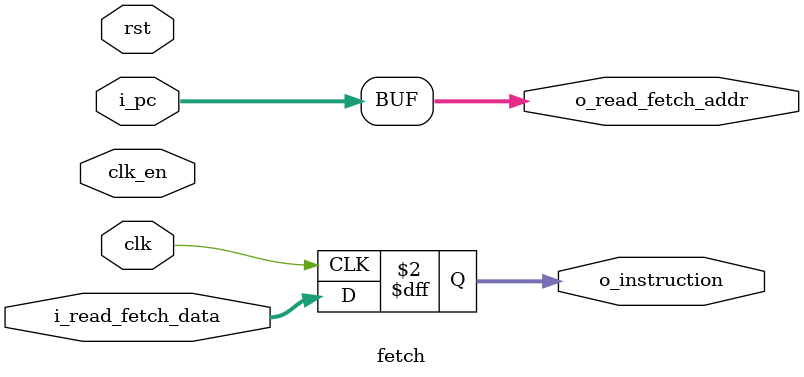
<source format=sv>
`timescale 1ns / 1ps

module fetch #(
    ADDR_WIDTH = 31,
    DATA_WIDTH = 31
)(
    input clk,
    input clk_en,
    input rst,

    input [31:0] i_pc,

    //RAM
    output [ADDR_WIDTH:0] o_read_fetch_addr,
    input  [DATA_WIDTH:0] i_read_fetch_data,

    output logic [31:0] o_instruction
);

    assign o_read_fetch_addr = i_pc;

    always_ff @(posedge clk)
            o_instruction <= i_read_fetch_data;
endmodule
</source>
